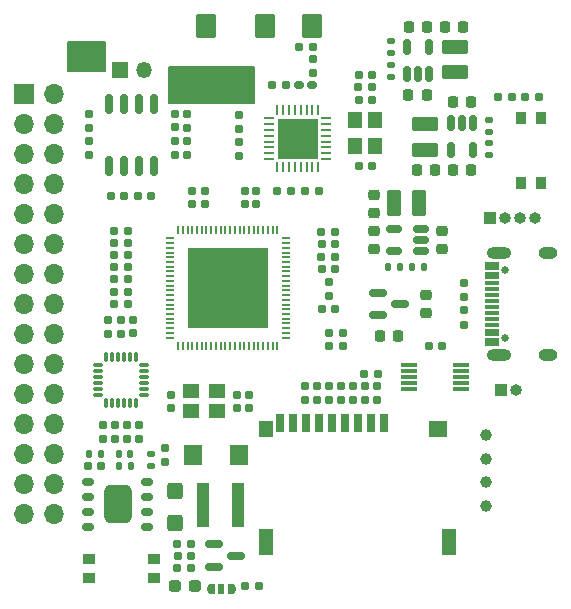
<source format=gbr>
%TF.GenerationSoftware,KiCad,Pcbnew,5.99.0-unknown-b10f156dd0~130~ubuntu20.04.1*%
%TF.CreationDate,2021-06-23T21:39:51+08:00*%
%TF.ProjectId,M5Pi,4d355069-2e6b-4696-9361-645f70636258,3.0*%
%TF.SameCoordinates,Original*%
%TF.FileFunction,Soldermask,Top*%
%TF.FilePolarity,Negative*%
%FSLAX46Y46*%
G04 Gerber Fmt 4.6, Leading zero omitted, Abs format (unit mm)*
G04 Created by KiCad (PCBNEW 5.99.0-unknown-b10f156dd0~130~ubuntu20.04.1) date 2021-06-23 21:39:51*
%MOMM*%
%LPD*%
G01*
G04 APERTURE LIST*
G04 Aperture macros list*
%AMRoundRect*
0 Rectangle with rounded corners*
0 $1 Rounding radius*
0 $2 $3 $4 $5 $6 $7 $8 $9 X,Y pos of 4 corners*
0 Add a 4 corners polygon primitive as box body*
4,1,4,$2,$3,$4,$5,$6,$7,$8,$9,$2,$3,0*
0 Add four circle primitives for the rounded corners*
1,1,$1+$1,$2,$3*
1,1,$1+$1,$4,$5*
1,1,$1+$1,$6,$7*
1,1,$1+$1,$8,$9*
0 Add four rect primitives between the rounded corners*
20,1,$1+$1,$2,$3,$4,$5,0*
20,1,$1+$1,$4,$5,$6,$7,0*
20,1,$1+$1,$6,$7,$8,$9,0*
20,1,$1+$1,$8,$9,$2,$3,0*%
%AMFreePoly0*
4,1,19,0.350000,-0.450000,0.000000,-0.450000,0.000000,-0.446692,-0.086710,-0.437196,-0.184286,-0.386725,-0.257150,-0.304511,-0.295533,-0.201579,-0.295232,-0.175000,-0.300000,-0.175000,-0.300000,0.175000,-0.294664,0.175000,-0.294287,0.208270,-0.253579,0.310306,-0.178867,0.390845,-0.080172,0.439089,0.000000,0.446033,0.000000,0.450000,0.350000,0.450000,0.350000,-0.450000,0.350000,-0.450000,
$1*%
G04 Aperture macros list end*
%ADD10C,0.150000*%
%ADD11C,0.200000*%
%ADD12RoundRect,0.155000X0.212500X0.155000X-0.212500X0.155000X-0.212500X-0.155000X0.212500X-0.155000X0*%
%ADD13RoundRect,0.155000X-0.155000X0.212500X-0.155000X-0.212500X0.155000X-0.212500X0.155000X0.212500X0*%
%ADD14RoundRect,0.160000X-0.197500X-0.160000X0.197500X-0.160000X0.197500X0.160000X-0.197500X0.160000X0*%
%ADD15RoundRect,0.160000X-0.160000X0.197500X-0.160000X-0.197500X0.160000X-0.197500X0.160000X0.197500X0*%
%ADD16RoundRect,0.160000X0.160000X-0.197500X0.160000X0.197500X-0.160000X0.197500X-0.160000X-0.197500X0*%
%ADD17RoundRect,0.155000X-0.212500X-0.155000X0.212500X-0.155000X0.212500X0.155000X-0.212500X0.155000X0*%
%ADD18RoundRect,0.250000X0.850000X-0.375000X0.850000X0.375000X-0.850000X0.375000X-0.850000X-0.375000X0*%
%ADD19R,1.600000X1.400000*%
%ADD20R,1.200000X2.200000*%
%ADD21R,1.200000X1.400000*%
%ADD22R,0.700000X1.600000*%
%ADD23C,1.000000*%
%ADD24R,1.000000X1.000000*%
%ADD25O,1.000000X1.000000*%
%ADD26FreePoly0,180.000000*%
%ADD27R,0.600000X0.900000*%
%ADD28FreePoly0,0.000000*%
%ADD29RoundRect,0.135000X-0.135000X-0.185000X0.135000X-0.185000X0.135000X0.185000X-0.135000X0.185000X0*%
%ADD30R,1.400000X0.300000*%
%ADD31RoundRect,0.155000X0.155000X-0.212500X0.155000X0.212500X-0.155000X0.212500X-0.155000X-0.212500X0*%
%ADD32RoundRect,0.225000X-0.225000X-0.250000X0.225000X-0.250000X0.225000X0.250000X-0.225000X0.250000X0*%
%ADD33RoundRect,0.150000X0.150000X-0.512500X0.150000X0.512500X-0.150000X0.512500X-0.150000X-0.512500X0*%
%ADD34RoundRect,0.150000X-0.150000X0.512500X-0.150000X-0.512500X0.150000X-0.512500X0.150000X0.512500X0*%
%ADD35RoundRect,0.160000X0.197500X0.160000X-0.197500X0.160000X-0.197500X-0.160000X0.197500X-0.160000X0*%
%ADD36RoundRect,0.160000X0.222500X0.160000X-0.222500X0.160000X-0.222500X-0.160000X0.222500X-0.160000X0*%
%ADD37RoundRect,0.225000X0.250000X-0.225000X0.250000X0.225000X-0.250000X0.225000X-0.250000X-0.225000X0*%
%ADD38RoundRect,0.135000X0.185000X-0.135000X0.185000X0.135000X-0.185000X0.135000X-0.185000X-0.135000X0*%
%ADD39R,1.700000X1.700000*%
%ADD40O,1.700000X1.700000*%
%ADD41R,1.100000X3.700000*%
%ADD42RoundRect,0.150000X0.350000X0.150000X-0.350000X0.150000X-0.350000X-0.150000X0.350000X-0.150000X0*%
%ADD43RoundRect,0.600000X-0.600000X1.050000X-0.600000X-1.050000X0.600000X-1.050000X0.600000X1.050000X0*%
%ADD44RoundRect,0.225000X-0.250000X0.225000X-0.250000X-0.225000X0.250000X-0.225000X0.250000X0.225000X0*%
%ADD45R,0.875000X1.100000*%
%ADD46RoundRect,0.075000X-0.350000X-0.075000X0.350000X-0.075000X0.350000X0.075000X-0.350000X0.075000X0*%
%ADD47RoundRect,0.075000X0.075000X-0.350000X0.075000X0.350000X-0.075000X0.350000X-0.075000X-0.350000X0*%
%ADD48RoundRect,0.225000X0.225000X0.250000X-0.225000X0.250000X-0.225000X-0.250000X0.225000X-0.250000X0*%
%ADD49RoundRect,0.150000X0.512500X0.150000X-0.512500X0.150000X-0.512500X-0.150000X0.512500X-0.150000X0*%
%ADD50RoundRect,0.237500X-0.287500X-0.237500X0.287500X-0.237500X0.287500X0.237500X-0.287500X0.237500X0*%
%ADD51C,0.650000*%
%ADD52R,1.150000X0.300000*%
%ADD53O,1.600000X1.000000*%
%ADD54O,2.100000X1.000000*%
%ADD55R,1.400000X1.200000*%
%ADD56RoundRect,0.150000X-0.587500X-0.150000X0.587500X-0.150000X0.587500X0.150000X-0.587500X0.150000X0*%
%ADD57R,1.350000X1.350000*%
%ADD58O,1.350000X1.350000*%
%ADD59RoundRect,0.062500X-0.062500X0.375000X-0.062500X-0.375000X0.062500X-0.375000X0.062500X0.375000X0*%
%ADD60RoundRect,0.062500X-0.375000X0.062500X-0.375000X-0.062500X0.375000X-0.062500X0.375000X0.062500X0*%
%ADD61R,3.450000X3.450000*%
%ADD62RoundRect,0.250000X-0.425000X0.450000X-0.425000X-0.450000X0.425000X-0.450000X0.425000X0.450000X0*%
%ADD63RoundRect,0.135000X0.135000X0.185000X-0.135000X0.185000X-0.135000X-0.185000X0.135000X-0.185000X0*%
%ADD64RoundRect,0.147500X0.147500X0.172500X-0.147500X0.172500X-0.147500X-0.172500X0.147500X-0.172500X0*%
%ADD65O,0.200000X0.800000*%
%ADD66O,0.800000X0.200000*%
%ADD67R,6.840000X6.840000*%
%ADD68RoundRect,0.135000X-0.185000X0.135000X-0.185000X-0.135000X0.185000X-0.135000X0.185000X0.135000X0*%
%ADD69R,1.520000X1.680000*%
%ADD70RoundRect,0.150000X-0.150000X0.675000X-0.150000X-0.675000X0.150000X-0.675000X0.150000X0.675000X0*%
%ADD71RoundRect,0.101600X-0.749300X0.899160X-0.749300X-0.899160X0.749300X-0.899160X0.749300X0.899160X0*%
%ADD72RoundRect,0.250000X0.375000X0.850000X-0.375000X0.850000X-0.375000X-0.850000X0.375000X-0.850000X0*%
%ADD73RoundRect,0.147500X0.172500X-0.147500X0.172500X0.147500X-0.172500X0.147500X-0.172500X-0.147500X0*%
%ADD74R,1.100000X0.875000*%
%ADD75RoundRect,0.250000X-0.850000X0.375000X-0.850000X-0.375000X0.850000X-0.375000X0.850000X0.375000X0*%
G04 APERTURE END LIST*
D10*
X126588353Y-69651564D02*
X133838353Y-69651564D01*
X133838353Y-69651564D02*
X133838353Y-72651564D01*
X133838353Y-72651564D02*
X126588353Y-72651564D01*
X126588353Y-72651564D02*
X126588353Y-69651564D01*
G36*
X126588353Y-69651564D02*
G01*
X133838353Y-69651564D01*
X133838353Y-72651564D01*
X126588353Y-72651564D01*
X126588353Y-69651564D01*
G37*
D11*
X118063353Y-67501564D02*
X121163353Y-67501564D01*
X121163353Y-67501564D02*
X121163353Y-70001564D01*
X121163353Y-70001564D02*
X118063353Y-70001564D01*
X118063353Y-70001564D02*
X118063353Y-67501564D01*
G36*
X118063353Y-67501564D02*
G01*
X121163353Y-67501564D01*
X121163353Y-70001564D01*
X118063353Y-70001564D01*
X118063353Y-67501564D01*
G37*
D12*
%TO.C,C5*%
X143800853Y-72401564D03*
X142665853Y-72401564D03*
%TD*%
D13*
%TO.C,C26*%
X126813353Y-97384064D03*
X126813353Y-98519064D03*
%TD*%
D12*
%TO.C,C21*%
X123123353Y-87621564D03*
X121988353Y-87621564D03*
%TD*%
D13*
%TO.C,C53*%
X126263353Y-101934064D03*
X126263353Y-103069064D03*
%TD*%
D14*
%TO.C,R19*%
X133065853Y-113601564D03*
X134260853Y-113601564D03*
%TD*%
D15*
%TO.C,R11*%
X142178353Y-96646564D03*
X142178353Y-97841564D03*
%TD*%
D13*
%TO.C,C14*%
X134013353Y-80134064D03*
X134013353Y-81269064D03*
%TD*%
D16*
%TO.C,R13*%
X140128353Y-97841564D03*
X140128353Y-96646564D03*
%TD*%
D13*
%TO.C,C47*%
X127123353Y-73616564D03*
X127123353Y-74751564D03*
%TD*%
D17*
%TO.C,C44*%
X121988353Y-86601564D03*
X123123353Y-86601564D03*
%TD*%
D18*
%TO.C,L1*%
X150813353Y-70096564D03*
X150813353Y-67946564D03*
%TD*%
D12*
%TO.C,C40*%
X140680853Y-84651564D03*
X139545853Y-84651564D03*
%TD*%
D16*
%TO.C,R6*%
X122513353Y-92219064D03*
X122513353Y-91024064D03*
%TD*%
D19*
%TO.C,J1*%
X149413353Y-100271564D03*
D20*
X150313353Y-109871564D03*
X134813353Y-109871564D03*
D21*
X134813353Y-100271564D03*
D22*
X144813353Y-99771564D03*
X143713353Y-99771564D03*
X142613353Y-99771564D03*
X141513353Y-99771564D03*
X140413353Y-99771564D03*
X139313353Y-99771564D03*
X138213353Y-99771564D03*
X137113353Y-99771564D03*
X136013353Y-99771564D03*
%TD*%
D23*
%TO.C,J11*%
X153463353Y-106801564D03*
X153463353Y-104801564D03*
X153463353Y-102801564D03*
X153463353Y-100801564D03*
%TD*%
D24*
%TO.C,J12*%
X153773353Y-82401564D03*
D25*
X155043353Y-82401564D03*
X156313353Y-82401564D03*
X157583353Y-82401564D03*
%TD*%
D26*
%TO.C,JP1*%
X131963353Y-113851564D03*
D27*
X131063353Y-113851564D03*
D28*
X130163353Y-113851564D03*
%TD*%
D29*
%TO.C,R25*%
X145195853Y-86551564D03*
X146215853Y-86551564D03*
%TD*%
D16*
%TO.C,R34*%
X128163353Y-77096564D03*
X128163353Y-75901564D03*
%TD*%
D30*
%TO.C,U1*%
X151373353Y-96891564D03*
X151373353Y-96391564D03*
X151373353Y-95891564D03*
X151373353Y-95391564D03*
X151373353Y-94891564D03*
X146973353Y-94891564D03*
X146973353Y-95391564D03*
X146973353Y-95891564D03*
X146973353Y-96391564D03*
X146973353Y-96891564D03*
%TD*%
D31*
%TO.C,C20*%
X128538353Y-81269064D03*
X128538353Y-80134064D03*
%TD*%
D12*
%TO.C,C12*%
X141330853Y-93301564D03*
X140195853Y-93301564D03*
%TD*%
D32*
%TO.C,C33*%
X149963353Y-66246564D03*
X151513353Y-66246564D03*
%TD*%
D33*
%TO.C,U6*%
X146733353Y-70239064D03*
X147683353Y-70239064D03*
X148633353Y-70239064D03*
X148633353Y-67964064D03*
X146733353Y-67964064D03*
%TD*%
D14*
%TO.C,R10*%
X121958353Y-89691564D03*
X123153353Y-89691564D03*
%TD*%
D31*
%TO.C,C7*%
X132533353Y-77136564D03*
X132533353Y-76001564D03*
%TD*%
D34*
%TO.C,U7*%
X152363353Y-74376564D03*
X151413353Y-74376564D03*
X150463353Y-74376564D03*
X150463353Y-76651564D03*
X152363353Y-76651564D03*
%TD*%
D17*
%TO.C,C50*%
X156795853Y-72201564D03*
X157930853Y-72201564D03*
%TD*%
%TO.C,C22*%
X140195853Y-92201564D03*
X141330853Y-92201564D03*
%TD*%
D15*
%TO.C,Ri1*%
X119813353Y-73586564D03*
X119813353Y-74781564D03*
%TD*%
D35*
%TO.C,R30*%
X140710853Y-83601564D03*
X139515853Y-83601564D03*
%TD*%
D31*
%TO.C,Ci1*%
X119813353Y-77066564D03*
X119813353Y-75931564D03*
%TD*%
D16*
%TO.C,R16*%
X138113353Y-97841564D03*
X138113353Y-96646564D03*
%TD*%
D15*
%TO.C,R15*%
X144253353Y-96646564D03*
X144253353Y-97841564D03*
%TD*%
D36*
%TO.C,TBD1*%
X138758353Y-71151564D03*
X137613353Y-71151564D03*
%TD*%
D37*
%TO.C,C42*%
X148350853Y-90476564D03*
X148350853Y-88926564D03*
%TD*%
D15*
%TO.C,R8*%
X122033353Y-99936564D03*
X122033353Y-101131564D03*
%TD*%
%TO.C,R4*%
X151613353Y-87956564D03*
X151613353Y-89151564D03*
%TD*%
D16*
%TO.C,R7*%
X121463353Y-92249064D03*
X121463353Y-91054064D03*
%TD*%
D24*
%TO.C,J3*%
X154763353Y-96976564D03*
D25*
X156033353Y-96976564D03*
%TD*%
D15*
%TO.C,R35*%
X128153353Y-73586564D03*
X128153353Y-74781564D03*
%TD*%
D38*
%TO.C,R24*%
X153693353Y-75159064D03*
X153693353Y-74139064D03*
%TD*%
D12*
%TO.C,C1*%
X144280853Y-95601564D03*
X143145853Y-95601564D03*
%TD*%
D14*
%TO.C,R9*%
X121958353Y-88651564D03*
X123153353Y-88651564D03*
%TD*%
D35*
%TO.C,R36*%
X155660853Y-72201564D03*
X154465853Y-72201564D03*
%TD*%
D13*
%TO.C,C3*%
X138813353Y-68984064D03*
X138813353Y-70119064D03*
%TD*%
D15*
%TO.C,R3*%
X151613353Y-90254064D03*
X151613353Y-91449064D03*
%TD*%
D39*
%TO.C,J2*%
X114313353Y-71901564D03*
D40*
X116853353Y-71901564D03*
X114313353Y-74441564D03*
X116853353Y-74441564D03*
X114313353Y-76981564D03*
X116853353Y-76981564D03*
X114313353Y-79521564D03*
X116853353Y-79521564D03*
X114313353Y-82061564D03*
X116853353Y-82061564D03*
X114313353Y-84601564D03*
X116853353Y-84601564D03*
X114313353Y-87141564D03*
X116853353Y-87141564D03*
X114313353Y-89681564D03*
X116853353Y-89681564D03*
X114313353Y-92221564D03*
X116853353Y-92221564D03*
X114313353Y-94761564D03*
X116853353Y-94761564D03*
X114313353Y-97301564D03*
X116853353Y-97301564D03*
X114313353Y-99841564D03*
X116853353Y-99841564D03*
X114313353Y-102381564D03*
X116853353Y-102381564D03*
X114313353Y-104921564D03*
X116853353Y-104921564D03*
X114313353Y-107461564D03*
X116853353Y-107461564D03*
%TD*%
D41*
%TO.C,L4*%
X132463353Y-106701564D03*
X129463353Y-106701564D03*
%TD*%
D42*
%TO.C,U10*%
X124763353Y-108606564D03*
X124763353Y-107336564D03*
X124763353Y-106066564D03*
X124763353Y-104796564D03*
X119763353Y-104796564D03*
X119763353Y-106066564D03*
X119763353Y-107336564D03*
X119763353Y-108606564D03*
D43*
X122263353Y-106601564D03*
%TD*%
D14*
%TO.C,R5*%
X142635853Y-71361564D03*
X143830853Y-71361564D03*
%TD*%
D35*
%TO.C,R18*%
X128508353Y-112061564D03*
X127313353Y-112061564D03*
%TD*%
D44*
%TO.C,C37*%
X143985853Y-83526564D03*
X143985853Y-85076564D03*
%TD*%
D45*
%TO.C,SW2*%
X158076353Y-73941564D03*
X158076353Y-79441564D03*
X156451353Y-73941564D03*
X156451353Y-79441564D03*
%TD*%
D46*
%TO.C,U4*%
X120583353Y-94891564D03*
X120583353Y-95391564D03*
X120583353Y-95891564D03*
X120583353Y-96391564D03*
X120583353Y-96891564D03*
X120583353Y-97391564D03*
D47*
X121283353Y-98091564D03*
X121783353Y-98091564D03*
X122283353Y-98091564D03*
X122783353Y-98091564D03*
X123283353Y-98091564D03*
X123783353Y-98091564D03*
D46*
X124483353Y-97391564D03*
X124483353Y-96891564D03*
X124483353Y-96391564D03*
X124483353Y-95891564D03*
X124483353Y-95391564D03*
X124483353Y-94891564D03*
D47*
X123783353Y-94191564D03*
X123283353Y-94191564D03*
X122783353Y-94191564D03*
X122283353Y-94191564D03*
X121783353Y-94191564D03*
X121283353Y-94191564D03*
%TD*%
D17*
%TO.C,C8*%
X142665853Y-70321564D03*
X143800853Y-70321564D03*
%TD*%
D48*
%TO.C,C38*%
X149163353Y-78359064D03*
X147613353Y-78359064D03*
%TD*%
D17*
%TO.C,C49*%
X121675853Y-80541564D03*
X122810853Y-80541564D03*
%TD*%
D49*
%TO.C,U8*%
X147963353Y-85251564D03*
X147963353Y-84301564D03*
X147963353Y-83351564D03*
X145688353Y-83351564D03*
X145688353Y-85251564D03*
%TD*%
D14*
%TO.C,R17*%
X127313353Y-109991564D03*
X128508353Y-109991564D03*
%TD*%
D50*
%TO.C,D1*%
X127088353Y-113601564D03*
X128838353Y-113601564D03*
%TD*%
D32*
%TO.C,C36*%
X150638353Y-78359064D03*
X152188353Y-78359064D03*
%TD*%
D31*
%TO.C,C11*%
X133388353Y-98519064D03*
X133388353Y-97384064D03*
%TD*%
D48*
%TO.C,C32*%
X148458353Y-66251564D03*
X146908353Y-66251564D03*
%TD*%
D15*
%TO.C,R12*%
X143203353Y-96646564D03*
X143203353Y-97841564D03*
%TD*%
D31*
%TO.C,C18*%
X123558353Y-92189064D03*
X123558353Y-91054064D03*
%TD*%
D17*
%TO.C,C28*%
X127343353Y-111031564D03*
X128478353Y-111031564D03*
%TD*%
D51*
%TO.C,UART1*%
X155058353Y-92591564D03*
X155058353Y-86811564D03*
D52*
X153993353Y-93051564D03*
X153993353Y-92251564D03*
X153993353Y-90951564D03*
X153993353Y-89951564D03*
X153993353Y-89451564D03*
X153993353Y-88451564D03*
X153993353Y-87151564D03*
X153993353Y-86351564D03*
X153993353Y-86651564D03*
X153993353Y-87451564D03*
X153993353Y-87951564D03*
X153993353Y-88951564D03*
X153993353Y-90451564D03*
X153993353Y-91451564D03*
X153993353Y-91951564D03*
X153993353Y-92751564D03*
D53*
X158738353Y-94021564D03*
X158738353Y-85381564D03*
D54*
X154558353Y-94021564D03*
X154558353Y-85381564D03*
%TD*%
D12*
%TO.C,C13*%
X140700853Y-90121564D03*
X139565853Y-90121564D03*
%TD*%
D55*
%TO.C,Y2*%
X128463353Y-98801564D03*
X130663353Y-98801564D03*
X130663353Y-97101564D03*
X128463353Y-97101564D03*
%TD*%
D12*
%TO.C,C41*%
X140680853Y-86751564D03*
X139545853Y-86751564D03*
%TD*%
D37*
%TO.C,C39*%
X143970853Y-82041564D03*
X143970853Y-80491564D03*
%TD*%
D56*
%TO.C,U9*%
X144325853Y-88751564D03*
X144325853Y-90651564D03*
X146200853Y-89701564D03*
%TD*%
D57*
%TO.C,J6*%
X122463353Y-69901564D03*
D58*
X124463353Y-69901564D03*
%TD*%
D35*
%TO.C,R29*%
X139288353Y-80181564D03*
X138093353Y-80181564D03*
%TD*%
D12*
%TO.C,C51*%
X120898353Y-103401564D03*
X119763353Y-103401564D03*
%TD*%
D13*
%TO.C,C17*%
X124083353Y-99966564D03*
X124083353Y-101101564D03*
%TD*%
D35*
%TO.C,R31*%
X140710853Y-85701564D03*
X139515853Y-85701564D03*
%TD*%
D59*
%TO.C,U2*%
X139263353Y-73264064D03*
X138763353Y-73264064D03*
X138263353Y-73264064D03*
X137763353Y-73264064D03*
X137263353Y-73264064D03*
X136763353Y-73264064D03*
X136263353Y-73264064D03*
X135763353Y-73264064D03*
D60*
X135075853Y-73951564D03*
X135075853Y-74451564D03*
X135075853Y-74951564D03*
X135075853Y-75451564D03*
X135075853Y-75951564D03*
X135075853Y-76451564D03*
X135075853Y-76951564D03*
X135075853Y-77451564D03*
D59*
X135763353Y-78139064D03*
X136263353Y-78139064D03*
X136763353Y-78139064D03*
X137263353Y-78139064D03*
X137763353Y-78139064D03*
X138263353Y-78139064D03*
X138763353Y-78139064D03*
X139263353Y-78139064D03*
D60*
X139950853Y-77451564D03*
X139950853Y-76951564D03*
X139950853Y-76451564D03*
X139950853Y-75951564D03*
X139950853Y-75451564D03*
X139950853Y-74951564D03*
X139950853Y-74451564D03*
X139950853Y-73951564D03*
D61*
X137513353Y-75701564D03*
%TD*%
D62*
%TO.C,C56*%
X127113353Y-105551564D03*
X127113353Y-108251564D03*
%TD*%
D17*
%TO.C,C48*%
X123983353Y-80541564D03*
X125118353Y-80541564D03*
%TD*%
D63*
%TO.C,R2*%
X123373353Y-103401564D03*
X122353353Y-103401564D03*
%TD*%
D64*
%TO.C,D2*%
X123348353Y-102401564D03*
X122378353Y-102401564D03*
%TD*%
D65*
%TO.C,U3*%
X135793353Y-83451564D03*
X135393353Y-83451564D03*
X134993353Y-83451564D03*
X134593353Y-83451564D03*
X134193353Y-83451564D03*
X133793353Y-83451564D03*
X133393353Y-83451564D03*
X132993353Y-83451564D03*
X132593353Y-83451564D03*
X132193353Y-83451564D03*
X131793353Y-83451564D03*
X131393353Y-83451564D03*
X130993353Y-83451564D03*
X130593353Y-83451564D03*
X130193353Y-83451564D03*
X129793353Y-83451564D03*
X129393353Y-83451564D03*
X128993353Y-83451564D03*
X128593353Y-83451564D03*
X128193353Y-83451564D03*
X127793353Y-83451564D03*
X127393353Y-83451564D03*
D66*
X126693353Y-84151564D03*
X126693353Y-84551564D03*
X126693353Y-84951564D03*
X126693353Y-85351564D03*
X126693353Y-85751564D03*
X126693353Y-86151564D03*
X126693353Y-86551564D03*
X126693353Y-86951564D03*
X126693353Y-87351564D03*
X126693353Y-87751564D03*
X126693353Y-88151564D03*
X126693353Y-88551564D03*
X126693353Y-88951564D03*
X126693353Y-89351564D03*
X126693353Y-89751564D03*
X126693353Y-90151564D03*
X126693353Y-90551564D03*
X126693353Y-90951564D03*
X126693353Y-91351564D03*
X126693353Y-91751564D03*
X126693353Y-92151564D03*
X126693353Y-92551564D03*
D65*
X127393353Y-93251564D03*
X127793353Y-93251564D03*
X128193353Y-93251564D03*
X128593353Y-93251564D03*
X128993353Y-93251564D03*
X129393353Y-93251564D03*
X129793353Y-93251564D03*
X130193353Y-93251564D03*
X130593353Y-93251564D03*
X130993353Y-93251564D03*
X131393353Y-93251564D03*
X131793353Y-93251564D03*
X132193353Y-93251564D03*
X132593353Y-93251564D03*
X132993353Y-93251564D03*
X133393353Y-93251564D03*
X133793353Y-93251564D03*
X134193353Y-93251564D03*
X134593353Y-93251564D03*
X134993353Y-93251564D03*
X135393353Y-93251564D03*
X135793353Y-93251564D03*
D66*
X136493353Y-92551564D03*
X136493353Y-92151564D03*
X136493353Y-91751564D03*
X136493353Y-91351564D03*
X136493353Y-90951564D03*
X136493353Y-90551564D03*
X136493353Y-90151564D03*
X136493353Y-89751564D03*
X136493353Y-89351564D03*
X136493353Y-88951564D03*
X136493353Y-88551564D03*
X136493353Y-88151564D03*
X136493353Y-87751564D03*
X136493353Y-87351564D03*
X136493353Y-86951564D03*
X136493353Y-86551564D03*
X136493353Y-86151564D03*
X136493353Y-85751564D03*
X136493353Y-85351564D03*
X136493353Y-84951564D03*
X136493353Y-84551564D03*
X136493353Y-84151564D03*
D67*
X131593353Y-88351564D03*
%TD*%
D31*
%TO.C,C6*%
X132533353Y-74859064D03*
X132533353Y-73724064D03*
%TD*%
D32*
%TO.C,C43*%
X144488353Y-92451564D03*
X146038353Y-92451564D03*
%TD*%
D38*
%TO.C,R23*%
X153693353Y-77119064D03*
X153693353Y-76099064D03*
%TD*%
D32*
%TO.C,C31*%
X146888353Y-72001564D03*
X148438353Y-72001564D03*
%TD*%
D13*
%TO.C,C16*%
X120993353Y-99966564D03*
X120993353Y-101101564D03*
%TD*%
D12*
%TO.C,C45*%
X123123353Y-85581564D03*
X121988353Y-85581564D03*
%TD*%
D16*
%TO.C,R14*%
X139129353Y-97841564D03*
X139129353Y-96646564D03*
%TD*%
D68*
%TO.C,R21*%
X145403353Y-67476564D03*
X145403353Y-68496564D03*
%TD*%
D69*
%TO.C,D4*%
X128613353Y-102501564D03*
X132513353Y-102501564D03*
%TD*%
D31*
%TO.C,C27*%
X141153353Y-97811564D03*
X141153353Y-96676564D03*
%TD*%
D29*
%TO.C,R1*%
X119853353Y-102401564D03*
X120873353Y-102401564D03*
%TD*%
D12*
%TO.C,C23*%
X123123353Y-83531564D03*
X121988353Y-83531564D03*
%TD*%
D17*
%TO.C,C4*%
X142670853Y-78001564D03*
X143805853Y-78001564D03*
%TD*%
D56*
%TO.C,Q1*%
X130425853Y-110051564D03*
X130425853Y-111951564D03*
X132300853Y-111001564D03*
%TD*%
D14*
%TO.C,R28*%
X135768353Y-80181564D03*
X136963353Y-80181564D03*
%TD*%
D35*
%TO.C,R27*%
X136508353Y-71151564D03*
X135313353Y-71151564D03*
%TD*%
D70*
%TO.C,U5*%
X125383353Y-72781564D03*
X124113353Y-72781564D03*
X122843353Y-72781564D03*
X121573353Y-72781564D03*
X121573353Y-78031564D03*
X122843353Y-78031564D03*
X124113353Y-78031564D03*
X125383353Y-78031564D03*
%TD*%
D29*
%TO.C,R26*%
X147195853Y-86561564D03*
X148215853Y-86561564D03*
%TD*%
D17*
%TO.C,C57*%
X137645853Y-67951564D03*
X138780853Y-67951564D03*
%TD*%
D13*
%TO.C,C10*%
X129663353Y-80134064D03*
X129663353Y-81269064D03*
%TD*%
%TO.C,C9*%
X133013353Y-80134064D03*
X133013353Y-81269064D03*
%TD*%
D71*
%TO.C,AE1*%
X138733813Y-66174367D03*
X129737133Y-66174367D03*
X134735473Y-66174367D03*
%TD*%
D72*
%TO.C,L3*%
X147820853Y-81141564D03*
X145670853Y-81141564D03*
%TD*%
D73*
%TO.C,D3*%
X125063353Y-103386564D03*
X125063353Y-102416564D03*
%TD*%
D31*
%TO.C,C46*%
X127123353Y-77066564D03*
X127123353Y-75931564D03*
%TD*%
D17*
%TO.C,C2*%
X148605853Y-93291564D03*
X149740853Y-93291564D03*
%TD*%
D68*
%TO.C,R22*%
X145403353Y-69436564D03*
X145403353Y-70456564D03*
%TD*%
D37*
%TO.C,C35*%
X149713353Y-85076564D03*
X149713353Y-83526564D03*
%TD*%
D13*
%TO.C,C19*%
X123063353Y-99966564D03*
X123063353Y-101101564D03*
%TD*%
%TO.C,C15*%
X140133353Y-87884064D03*
X140133353Y-89019064D03*
%TD*%
D74*
%TO.C,SW1*%
X125388353Y-112914564D03*
X119888353Y-112914564D03*
X119888353Y-111289564D03*
X125388353Y-111289564D03*
%TD*%
D48*
%TO.C,C34*%
X152188353Y-72614064D03*
X150638353Y-72614064D03*
%TD*%
D31*
%TO.C,C25*%
X132338353Y-98519064D03*
X132338353Y-97384064D03*
%TD*%
D12*
%TO.C,C24*%
X123123353Y-84561564D03*
X121988353Y-84561564D03*
%TD*%
D21*
%TO.C,Y1*%
X142363353Y-74101564D03*
X142363353Y-76301564D03*
X144063353Y-76301564D03*
X144063353Y-74101564D03*
%TD*%
D75*
%TO.C,L2*%
X148263353Y-74509064D03*
X148263353Y-76659064D03*
%TD*%
M02*

</source>
